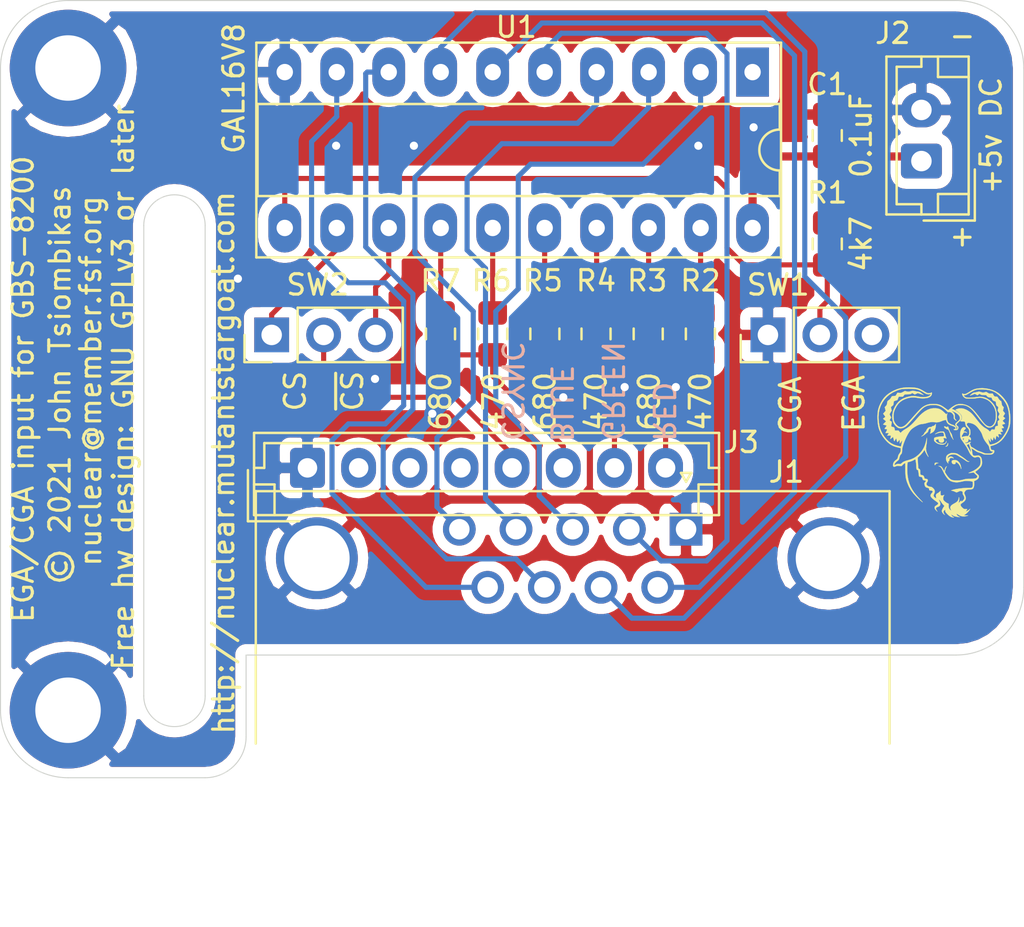
<source format=kicad_pcb>
(kicad_pcb (version 20171130) (host pcbnew 5.1.8+dfsg1-1+b1)
  (layers (0 F.Cu signal) (31 B.Cu signal) (34 B.Paste user) (35 F.Paste user) (36 B.SilkS user) (37 F.SilkS user) (38 B.Mask user) (39 F.Mask user) (44 Edge.Cuts user))
  (net 0 "")
  (net 1 VCC)
  (net 2 GND)
  (net 3 /RI)
  (net 4 /RED)
  (net 5 /GRN)
  (net 6 /BLU)
  (net 7 /GI_INT)
  (net 8 /BI)
  (net 9 /HSYNC)
  (net 10 /VSYNC)
  (net 11 "Net-(J3-Pad2)")
  (net 12 "Net-(J3-Pad3)")
  (net 13 "Net-(J3-Pad4)")
  (net 14 /CS)
  (net 15 /BA)
  (net 16 /GA)
  (net 17 /RA)
  (net 18 /EGA)
  (net 19 /B1)
  (net 20 /B0)
  (net 21 /G1)
  (net 22 /G0)
  (net 23 /R1)
  (net 24 /R0)
  (net 25 "Net-(SW1-Pad3)")
  (net 26 /~CSYNC)
  (net 27 /CSYNC)
  (net 28 "Net-(U1-Pad1)")
  (module gbs-cgaega:gnulogo (layer F.Cu) (at 155.6 114.1)
    (fp_text reference G*** hide)
    (fp_text value LOGO hide)
  )
  (module MountingHole:MountingHole_3.2mm_M3_ISO7380_Pad (layer F.Cu) (at 112.8 95.3)
    (fp_text reference H3 hide)
    (fp_text value mhole hide)
    (pad 1 thru_hole circle (at 0 0) (size 5.7 5.7) (drill 3.2) (layers *.Cu *.Mask) (net 2 GND))
  )
  (module MountingHole:MountingHole_3.2mm_M3_ISO7380_Pad (layer F.Cu) (at 112.8 126.7)
    (fp_text reference H1 hide)
    (fp_text value mhole hide)
    (pad 1 thru_hole circle (at 0 0) (size 5.7 5.7) (drill 3.2) (layers *.Cu *.Mask) (net 2 GND))
  )
  (module Package_DIP:DIP-20_W7.62mm_Socket_LongPads (layer F.Cu) (at 146.25 95.5 270)
    (fp_text reference U1 (at -2.2 11.55 180) (layer F.SilkS))
    (fp_text value GAL16V8 (at 0.8 25.35 90) (layer F.SilkS))
    (pad 20 thru_hole oval (at 7.62 0 270) (size 2.4 1.6) (drill 0.8) (layers *.Cu *.Mask) (net 1 VCC))
    (pad 10 thru_hole oval (at 0 22.86 270) (size 2.4 1.6) (drill 0.8) (layers *.Cu *.Mask) (net 2 GND))
    (pad 19 thru_hole oval (at 7.62 2.54 270) (size 2.4 1.6) (drill 0.8) (layers *.Cu *.Mask) (net 23 /R1))
    (pad 9 thru_hole oval (at 0 20.32 270) (size 2.4 1.6) (drill 0.8) (layers *.Cu *.Mask) (net 10 /VSYNC))
    (pad 18 thru_hole oval (at 7.62 5.08 270) (size 2.4 1.6) (drill 0.8) (layers *.Cu *.Mask) (net 24 /R0))
    (pad 8 thru_hole oval (at 0 17.78 270) (size 2.4 1.6) (drill 0.8) (layers *.Cu *.Mask) (net 9 /HSYNC))
    (pad 17 thru_hole oval (at 7.62 7.62 270) (size 2.4 1.6) (drill 0.8) (layers *.Cu *.Mask) (net 21 /G1))
    (pad 7 thru_hole oval (at 0 15.24 270) (size 2.4 1.6) (drill 0.8) (layers *.Cu *.Mask) (net 8 /BI))
    (pad 16 thru_hole oval (at 7.62 10.16 270) (size 2.4 1.6) (drill 0.8) (layers *.Cu *.Mask) (net 22 /G0))
    (pad 6 thru_hole oval (at 0 12.7 270) (size 2.4 1.6) (drill 0.8) (layers *.Cu *.Mask) (net 7 /GI_INT))
    (pad 15 thru_hole oval (at 7.62 12.7 270) (size 2.4 1.6) (drill 0.8) (layers *.Cu *.Mask) (net 19 /B1))
    (pad 5 thru_hole oval (at 0 10.16 270) (size 2.4 1.6) (drill 0.8) (layers *.Cu *.Mask) (net 3 /RI))
    (pad 14 thru_hole oval (at 7.62 15.24 270) (size 2.4 1.6) (drill 0.8) (layers *.Cu *.Mask) (net 20 /B0))
    (pad 4 thru_hole oval (at 0 7.62 270) (size 2.4 1.6) (drill 0.8) (layers *.Cu *.Mask) (net 6 /BLU))
    (pad 13 thru_hole oval (at 7.62 17.78 270) (size 2.4 1.6) (drill 0.8) (layers *.Cu *.Mask) (net 26 /~CSYNC))
    (pad 3 thru_hole oval (at 0 5.08 270) (size 2.4 1.6) (drill 0.8) (layers *.Cu *.Mask) (net 5 /GRN))
    (pad 12 thru_hole oval (at 7.62 20.32 270) (size 2.4 1.6) (drill 0.8) (layers *.Cu *.Mask) (net 27 /CSYNC))
    (pad 2 thru_hole oval (at 0 2.54 270) (size 2.4 1.6) (drill 0.8) (layers *.Cu *.Mask) (net 4 /RED))
    (pad 11 thru_hole oval (at 7.62 22.86 270) (size 2.4 1.6) (drill 0.8) (layers *.Cu *.Mask) (net 18 /EGA))
    (pad 1 thru_hole rect (at 0 0 270) (size 2.4 1.6) (drill 0.8) (layers *.Cu *.Mask) (net 28 "Net-(U1-Pad1)"))
  )
  (module Capacitor_SMD:C_0805_2012Metric_Pad1.15x1.40mm_HandSolder (layer F.Cu) (at 149.9 98.6 90)
    (fp_text reference C1 (at 2.5 0 180) (layer F.SilkS))
    (fp_text value 0.1uF (at 0 1.65 90) (layer F.SilkS))
    (pad 1 smd roundrect (at -1.025 0 90) (size 1.15 1.4) (layers F.Cu F.Paste F.Mask) (roundrect_rratio 0.2173904347826087) (net 1 VCC))
    (pad 2 smd roundrect (at 1.025 0 90) (size 1.15 1.4) (layers F.Cu F.Paste F.Mask) (roundrect_rratio 0.2173904347826087) (net 2 GND))
  )
  (module Connector_Dsub:DSUB-9_Female_Horizontal_P2.77x2.84mm_EdgePinOffset7.70mm_Housed_MountingHolesOffset9.12mm (layer F.Cu) (at 143 117.85)
    (fp_text reference J1 (at 4.9 -2.8) (layer F.SilkS))
    (fp_text value "CGA/EGA input")
    (pad 1 thru_hole rect (at 0 0) (size 1.6 1.6) (drill 1) (layers *.Cu *.Mask) (net 2 GND))
    (pad 2 thru_hole circle (at -2.77 0) (size 1.6 1.6) (drill 1) (layers *.Cu *.Mask) (net 3 /RI))
    (pad 3 thru_hole circle (at -5.54 0) (size 1.6 1.6) (drill 1) (layers *.Cu *.Mask) (net 4 /RED))
    (pad 4 thru_hole circle (at -8.31 0) (size 1.6 1.6) (drill 1) (layers *.Cu *.Mask) (net 5 /GRN))
    (pad 5 thru_hole circle (at -11.08 0) (size 1.6 1.6) (drill 1) (layers *.Cu *.Mask) (net 6 /BLU))
    (pad 6 thru_hole circle (at -1.385 2.84) (size 1.6 1.6) (drill 1) (layers *.Cu *.Mask) (net 7 /GI_INT))
    (pad 7 thru_hole circle (at -4.155 2.84) (size 1.6 1.6) (drill 1) (layers *.Cu *.Mask) (net 8 /BI))
    (pad 8 thru_hole circle (at -6.925 2.84) (size 1.6 1.6) (drill 1) (layers *.Cu *.Mask) (net 9 /HSYNC))
    (pad 9 thru_hole circle (at -9.695 2.84) (size 1.6 1.6) (drill 1) (layers *.Cu *.Mask) (net 10 /VSYNC))
    (pad 0 thru_hole circle (at -18.04 1.42) (size 4 4) (drill 3.2) (layers *.Cu *.Mask) (net 2 GND))
    (pad 0 thru_hole circle (at 6.96 1.42) (size 4 4) (drill 3.2) (layers *.Cu *.Mask) (net 2 GND))
  )
  (module Connector_JST:JST_EH_B2B-EH-A_1x02_P2.50mm_Vertical (layer F.Cu) (at 154.5 99.85 90)
    (fp_text reference J2 (at 6.25 -1.4 180) (layer F.SilkS))
    (fp_text value PWR)
    (pad 1 thru_hole roundrect (at 0 0 90) (size 1.7 2) (drill 1) (layers *.Cu *.Mask) (roundrect_rratio 0.1470588235294118) (net 1 VCC))
    (pad 2 thru_hole oval (at 2.5 0 90) (size 1.7 2) (drill 1) (layers *.Cu *.Mask) (net 2 GND))
  )
  (module Connector_JST:JST_EH_B8B-EH-A_1x08_P2.50mm_Vertical (layer F.Cu) (at 124.5 114.85)
    (fp_text reference J3 (at 21.2 -1.25) (layer F.SilkS))
    (fp_text value GBSVID)
    (pad 1 thru_hole roundrect (at 0 0) (size 1.7 1.95) (drill 0.95) (layers *.Cu *.Mask) (roundrect_rratio 0.1470588235294118) (net 2 GND))
    (pad 2 thru_hole oval (at 2.5 0) (size 1.7 1.95) (drill 0.95) (layers *.Cu *.Mask) (net 11 "Net-(J3-Pad2)"))
    (pad 3 thru_hole oval (at 5 0) (size 1.7 1.95) (drill 0.95) (layers *.Cu *.Mask) (net 12 "Net-(J3-Pad3)"))
    (pad 4 thru_hole oval (at 7.5 0) (size 1.7 1.95) (drill 0.95) (layers *.Cu *.Mask) (net 13 "Net-(J3-Pad4)"))
    (pad 5 thru_hole oval (at 10 0) (size 1.7 1.95) (drill 0.95) (layers *.Cu *.Mask) (net 14 /CS))
    (pad 6 thru_hole oval (at 12.5 0) (size 1.7 1.95) (drill 0.95) (layers *.Cu *.Mask) (net 15 /BA))
    (pad 7 thru_hole oval (at 15 0) (size 1.7 1.95) (drill 0.95) (layers *.Cu *.Mask) (net 16 /GA))
    (pad 8 thru_hole oval (at 17.5 0) (size 1.7 1.95) (drill 0.95) (layers *.Cu *.Mask) (net 17 /RA))
  )
  (module Resistor_SMD:R_0805_2012Metric_Pad1.15x1.40mm_HandSolder (layer F.Cu) (at 149.9 103.9 90)
    (fp_text reference R1 (at 2.5 0 180) (layer F.SilkS))
    (fp_text value 4k7 (at 0 1.65 90) (layer F.SilkS))
    (pad 1 smd roundrect (at -1.025 0 90) (size 1.15 1.4) (layers F.Cu F.Paste F.Mask) (roundrect_rratio 0.2173904347826087) (net 18 /EGA))
    (pad 2 smd roundrect (at 1.025 0 90) (size 1.15 1.4) (layers F.Cu F.Paste F.Mask) (roundrect_rratio 0.2173904347826087) (net 1 VCC))
  )
  (module Resistor_SMD:R_0805_2012Metric_Pad1.15x1.40mm_HandSolder (layer F.Cu) (at 143.7 108.3 90)
    (fp_text reference R2 (at 2.6 0 180) (layer F.SilkS))
    (fp_text value 470 (at -3.3 0 90) (layer F.SilkS))
    (pad 1 smd roundrect (at -1.025 0 90) (size 1.15 1.4) (layers F.Cu F.Paste F.Mask) (roundrect_rratio 0.2173904347826087) (net 17 /RA))
    (pad 2 smd roundrect (at 1.025 0 90) (size 1.15 1.4) (layers F.Cu F.Paste F.Mask) (roundrect_rratio 0.2173904347826087) (net 23 /R1))
  )
  (module Resistor_SMD:R_0805_2012Metric_Pad1.15x1.40mm_HandSolder (layer F.Cu) (at 141.15 108.3 90)
    (fp_text reference R3 (at 2.6 -0.05 180) (layer F.SilkS))
    (fp_text value 680 (at -3.3 0.05 90) (layer F.SilkS))
    (pad 2 smd roundrect (at 1.025 0 90) (size 1.15 1.4) (layers F.Cu F.Paste F.Mask) (roundrect_rratio 0.2173904347826087) (net 24 /R0))
    (pad 1 smd roundrect (at -1.025 0 90) (size 1.15 1.4) (layers F.Cu F.Paste F.Mask) (roundrect_rratio 0.2173904347826087) (net 17 /RA))
  )
  (module Resistor_SMD:R_0805_2012Metric_Pad1.15x1.40mm_HandSolder (layer F.Cu) (at 138.6 108.3 90)
    (fp_text reference R4 (at 2.6 0 180) (layer F.SilkS))
    (fp_text value 470 (at -3.3 0 90) (layer F.SilkS))
    (pad 1 smd roundrect (at -1.025 0 90) (size 1.15 1.4) (layers F.Cu F.Paste F.Mask) (roundrect_rratio 0.2173904347826087) (net 16 /GA))
    (pad 2 smd roundrect (at 1.025 0 90) (size 1.15 1.4) (layers F.Cu F.Paste F.Mask) (roundrect_rratio 0.2173904347826087) (net 21 /G1))
  )
  (module Resistor_SMD:R_0805_2012Metric_Pad1.15x1.40mm_HandSolder (layer F.Cu) (at 136.1 108.3 90)
    (fp_text reference R5 (at 2.6 -0.1 180) (layer F.SilkS))
    (fp_text value 680 (at -3.3 0 90) (layer F.SilkS))
    (pad 2 smd roundrect (at 1.025 0 90) (size 1.15 1.4) (layers F.Cu F.Paste F.Mask) (roundrect_rratio 0.2173904347826087) (net 22 /G0))
    (pad 1 smd roundrect (at -1.025 0 90) (size 1.15 1.4) (layers F.Cu F.Paste F.Mask) (roundrect_rratio 0.2173904347826087) (net 16 /GA))
  )
  (module Resistor_SMD:R_0805_2012Metric_Pad1.15x1.40mm_HandSolder (layer F.Cu) (at 133.55 108.3 90)
    (fp_text reference R6 (at 2.6 -0.05 180) (layer F.SilkS))
    (fp_text value 470 (at -3.3 0.05 90) (layer F.SilkS))
    (pad 1 smd roundrect (at -1.025 0 90) (size 1.15 1.4) (layers F.Cu F.Paste F.Mask) (roundrect_rratio 0.2173904347826087) (net 15 /BA))
    (pad 2 smd roundrect (at 1.025 0 90) (size 1.15 1.4) (layers F.Cu F.Paste F.Mask) (roundrect_rratio 0.2173904347826087) (net 19 /B1))
  )
  (module Resistor_SMD:R_0805_2012Metric_Pad1.15x1.40mm_HandSolder (layer F.Cu) (at 131 108.3 90)
    (fp_text reference R7 (at 2.6 0 180) (layer F.SilkS))
    (fp_text value 680 (at -3.3 0 90) (layer F.SilkS))
    (pad 2 smd roundrect (at 1.025 0 90) (size 1.15 1.4) (layers F.Cu F.Paste F.Mask) (roundrect_rratio 0.2173904347826087) (net 20 /B0))
    (pad 1 smd roundrect (at -1.025 0 90) (size 1.15 1.4) (layers F.Cu F.Paste F.Mask) (roundrect_rratio 0.2173904347826087) (net 15 /BA))
  )
  (module Connector_PinHeader_2.54mm:PinHeader_1x03_P2.54mm_Vertical (layer F.Cu) (at 147 108.35 90)
    (fp_text reference SW1 (at 2.45 0.5) (layer F.SilkS))
    (fp_text value SW_EGA)
    (pad 1 thru_hole rect (at 0 0 90) (size 1.7 1.7) (drill 1) (layers *.Cu *.Mask) (net 2 GND))
    (pad 2 thru_hole oval (at 0 2.54 90) (size 1.7 1.7) (drill 1) (layers *.Cu *.Mask) (net 18 /EGA))
    (pad 3 thru_hole oval (at 0 5.08 90) (size 1.7 1.7) (drill 1) (layers *.Cu *.Mask) (net 25 "Net-(SW1-Pad3)"))
  )
  (module Connector_PinHeader_2.54mm:PinHeader_1x03_P2.54mm_Vertical (layer F.Cu) (at 122.75 108.35 90)
    (fp_text reference SW2 (at 2.45 2.25 180) (layer F.SilkS))
    (fp_text value SW_CSYNC)
    (pad 3 thru_hole oval (at 0 5.08 90) (size 1.7 1.7) (drill 1) (layers *.Cu *.Mask) (net 26 /~CSYNC))
    (pad 2 thru_hole oval (at 0 2.54 90) (size 1.7 1.7) (drill 1) (layers *.Cu *.Mask) (net 14 /CS))
    (pad 1 thru_hole rect (at 0 0 90) (size 1.7 1.7) (drill 1) (layers *.Cu *.Mask) (net 27 /CSYNC))
  )
  (gr_arc (start 119.5 128) (end 119.5 130) (angle -90) (layer Edge.Cuts) (width 0.05))
  (gr_line (start 121.5 124) (end 121.5 128) (layer Edge.Cuts) (width 0.05))
  (gr_line (start 121.5 124) (end 156.2 124) (layer Edge.Cuts) (width 0.05))
  (gr_text CSYNC (at 134.5 111.1 270) (layer B.SilkS) (effects (font (size 1 1)) (justify mirror)))
  (gr_text RED (at 141.9 112.1 270) (layer B.SilkS) (effects (font (size 1 1)) (justify mirror)))
  (gr_text GREEN (at 139.4 111.1 270) (layer B.SilkS) (effects (font (size 1 1)) (justify mirror)))
  (gr_text BLUE (at 136.9 111.7 270) (layer B.SilkS) (effects (font (size 1 1)) (justify mirror)))
  (gr_text - (at 156.5 93.7) (layer F.SilkS) (effects (font (size 1 1))))
  (gr_text + (at 156.5 103.5) (layer F.SilkS) (effects (font (size 1 1))))
  (gr_text "+5v DC" (at 157.9 98.6 90) (layer F.SilkS) (effects (font (size 1 1))))
  (gr_text http://nuclear.mutantstargoat.com (at 120.4 114.6 90) (layer F.SilkS) (effects (font (size 1 1))))
  (gr_text nuclear@member.fsf.org (at 113.9 110.6 90) (layer F.SilkS) (effects (font (size 1 1))))
  (gr_text "Free hw design: GNU GPLv3 or later" (at 115.5 110.9 90) (layer F.SilkS) (effects (font (size 1 1))))
  (gr_text "© 2021 John Tsiombikas" (at 112.4 110.8 90) (layer F.SilkS) (effects (font (size 1 1))))
  (gr_text "EGA/CGA input for GBS-8200" (at 110.6 111 90) (layer F.SilkS) (effects (font (size 1 1))))
  (gr_text CGA (at 148.1 111.8 90) (layer F.SilkS) (effects (font (size 1 1))))
  (gr_text EGA (at 151.2 111.7 90) (layer F.SilkS) (effects (font (size 1 1))))
  (gr_text ~CS (at 126.7 111.1 90) (layer F.SilkS) (effects (font (size 1 1))))
  (gr_text CS (at 123.9 111.1 90) (layer F.SilkS) (effects (font (size 1 1))))
  (gr_arc (start 118 126) (end 116.5 126) (angle -180) (layer Edge.Cuts) (width 0.05))
  (gr_arc (start 118 103) (end 119.5 103) (angle -180) (layer Edge.Cuts) (width 0.05))
  (gr_line (start 119.5 126) (end 119.5 103) (layer Edge.Cuts) (width 0.05))
  (gr_line (start 116.5 126) (end 116.5 103) (layer Edge.Cuts) (width 0.05))
  (gr_arc (start 156.2 95.3) (end 159.5 95.3) (angle -90) (layer Edge.Cuts) (width 0.05))
  (gr_arc (start 112.8 95.3) (end 112.8 92) (angle -90) (layer Edge.Cuts) (width 0.05))
  (gr_arc (start 156.2 120.7) (end 156.2 124) (angle -90) (layer Edge.Cuts) (width 0.05))
  (gr_arc (start 112.8 126.7) (end 109.5 126.7) (angle -90) (layer Edge.Cuts) (width 0.05))
  (gr_line (start 159.5 95.3) (end 159.5 120.7) (layer Edge.Cuts) (width 0.05))
  (gr_line (start 112.8 92) (end 156.2 92) (layer Edge.Cuts) (width 0.05))
  (gr_line (start 109.5 126.7) (end 109.5 95.3) (layer Edge.Cuts) (width 0.05))
  (gr_line (start 119.5 130) (end 112.8 130) (layer Edge.Cuts) (width 0.05))
  (via (at 130.6 112.2) (size 0.8) (drill 0.4) (layers F.Cu B.Cu) (net 2))
  (segment (start 149.9 102.875) (end 149.9 99.625) (width 0.25) (layer F.Cu) (net 1))
  (segment (start 147.275 99.625) (end 149.9 99.625) (width 0.4) (layer F.Cu) (net 1))
  (segment (start 146.25 100.65) (end 147.275 99.625) (width 0.4) (layer F.Cu) (net 1))
  (segment (start 154.275 99.625) (end 154.5 99.85) (width 0.4) (layer F.Cu) (net 1))
  (segment (start 149.9 99.625) (end 154.275 99.625) (width 0.4) (layer F.Cu) (net 1))
  (segment (start 146.25 100.65) (end 146.25 103.12) (width 0.4) (layer F.Cu) (net 1))
  (via (at 142.5 110.9) (size 0.8) (drill 0.4) (layers F.Cu B.Cu) (net 2))
  (via (at 143.6 99.1) (size 0.8) (drill 0.4) (layers F.Cu B.Cu) (net 2))
  (via (at 129.7 99.1) (size 0.8) (drill 0.4) (layers F.Cu B.Cu) (net 2))
  (via (at 125.9 99.1) (size 0.8) (drill 0.4) (layers F.Cu B.Cu) (net 2))
  (via (at 146.3 98.2) (size 0.8) (drill 0.4) (layers F.Cu B.Cu) (net 2))
  (via (at 137 111.4) (size 0.8) (drill 0.4) (layers F.Cu B.Cu) (net 2))
  (via (at 121.1 105.6) (size 0.8) (drill 0.4) (layers F.Cu B.Cu) (net 2))
  (via (at 140 110.9) (size 0.8) (drill 0.4) (layers F.Cu B.Cu) (net 2))
  (via (at 127.8 110.5) (size 0.8) (drill 0.4) (layers F.Cu B.Cu) (net 2))
  (segment (start 127.83 116.4) (end 124.96 119.27) (width 0.4) (layer F.Cu) (net 2))
  (segment (start 143 117.1) (end 142.3 116.4) (width 0.4) (layer F.Cu) (net 2))
  (segment (start 143 117.85) (end 143 117.1) (width 0.4) (layer F.Cu) (net 2))
  (segment (start 142.3 116.4) (end 135.8 116.4) (width 0.4) (layer F.Cu) (net 2))
  (segment (start 135.8 116.4) (end 127.83 116.4) (width 0.4) (layer F.Cu) (net 2))
  (segment (start 135.8 116.4) (end 135.8 113.8) (width 0.3) (layer F.Cu) (net 2))
  (segment (start 138.3 116.4) (end 138.3 113.8) (width 0.3) (layer F.Cu) (net 2))
  (segment (start 140.8 116.4) (end 140.8 113.8) (width 0.3) (layer F.Cu) (net 2))
  (segment (start 144 119.4) (end 141.78 119.4) (width 0.25) (layer B.Cu) (net 3))
  (segment (start 141.78 119.4) (end 140.23 117.85) (width 0.25) (layer B.Cu) (net 3))
  (segment (start 145 94.6) (end 145 118.4) (width 0.25) (layer B.Cu) (net 3))
  (segment (start 144 93.6) (end 145 94.6) (width 0.25) (layer B.Cu) (net 3))
  (segment (start 145 118.4) (end 144 119.4) (width 0.25) (layer B.Cu) (net 3))
  (segment (start 136.9 93.6) (end 144 93.6) (width 0.25) (layer B.Cu) (net 3))
  (segment (start 136.09 94.41) (end 136.9 93.6) (width 0.25) (layer B.Cu) (net 3))
  (segment (start 136.09 95.5) (end 136.09 94.41) (width 0.25) (layer B.Cu) (net 3))
  (segment (start 143.71 97.19) (end 143.71 95.5) (width 0.25) (layer B.Cu) (net 4))
  (segment (start 135.4 100) (end 140.9 100) (width 0.25) (layer B.Cu) (net 4))
  (segment (start 134.8 100.6) (end 135.4 100) (width 0.25) (layer B.Cu) (net 4))
  (segment (start 133.7 107.2) (end 134.8 106.1) (width 0.25) (layer B.Cu) (net 4))
  (segment (start 133.7 111.6) (end 133.7 107.2) (width 0.25) (layer B.Cu) (net 4))
  (segment (start 140.9 100) (end 143.71 97.19) (width 0.25) (layer B.Cu) (net 4))
  (segment (start 135.82499 113.72499) (end 133.7 111.6) (width 0.25) (layer B.Cu) (net 4))
  (segment (start 135.82499 116.21499) (end 135.82499 113.72499) (width 0.25) (layer B.Cu) (net 4))
  (segment (start 134.8 106.1) (end 134.8 100.6) (width 0.25) (layer B.Cu) (net 4))
  (segment (start 137.46 117.85) (end 135.82499 116.21499) (width 0.25) (layer B.Cu) (net 4))
  (segment (start 141.17 97.23) (end 141.17 95.5) (width 0.25) (layer B.Cu) (net 5))
  (segment (start 139.4 99) (end 141.17 97.23) (width 0.25) (layer B.Cu) (net 5))
  (segment (start 132.3 100.7) (end 134 99) (width 0.25) (layer B.Cu) (net 5))
  (segment (start 132.3 104.2) (end 132.3 100.7) (width 0.25) (layer B.Cu) (net 5))
  (segment (start 133.2 105.1) (end 132.3 104.2) (width 0.25) (layer B.Cu) (net 5))
  (segment (start 133.2 116.36) (end 133.2 105.1) (width 0.25) (layer B.Cu) (net 5))
  (segment (start 134 99) (end 139.4 99) (width 0.25) (layer B.Cu) (net 5))
  (segment (start 134.69 117.85) (end 133.2 116.36) (width 0.25) (layer B.Cu) (net 5))
  (segment (start 138.63 97.07) (end 138.63 95.5) (width 0.25) (layer B.Cu) (net 6))
  (segment (start 137.7 98) (end 138.63 97.07) (width 0.25) (layer B.Cu) (net 6))
  (segment (start 132.4 98) (end 137.7 98) (width 0.25) (layer B.Cu) (net 6))
  (segment (start 129.75 100.65) (end 132.4 98) (width 0.25) (layer B.Cu) (net 6))
  (segment (start 129.75 104.35) (end 129.75 100.65) (width 0.25) (layer B.Cu) (net 6))
  (segment (start 132.6 111.6) (end 132.6 107.2) (width 0.25) (layer B.Cu) (net 6))
  (segment (start 130.82499 113.37501) (end 132.6 111.6) (width 0.25) (layer B.Cu) (net 6))
  (segment (start 132.6 107.2) (end 129.75 104.35) (width 0.25) (layer B.Cu) (net 6))
  (segment (start 130.82499 116.75499) (end 130.82499 113.37501) (width 0.25) (layer B.Cu) (net 6))
  (segment (start 131.92 117.85) (end 130.82499 116.75499) (width 0.25) (layer B.Cu) (net 6))
  (segment (start 135.95 93.1) (end 133.55 95.5) (width 0.25) (layer B.Cu) (net 7))
  (segment (start 148.3 94.7) (end 146.7 93.1) (width 0.25) (layer B.Cu) (net 7))
  (segment (start 146.7 93.1) (end 135.95 93.1) (width 0.25) (layer B.Cu) (net 7))
  (segment (start 143.646411 120.69) (end 148.3 116.036411) (width 0.25) (layer B.Cu) (net 7))
  (segment (start 148.3 116.036411) (end 148.3 94.7) (width 0.25) (layer B.Cu) (net 7))
  (segment (start 141.615 120.69) (end 143.646411 120.69) (width 0.25) (layer B.Cu) (net 7))
  (segment (start 132.7 92.6) (end 131.01 94.29) (width 0.25) (layer B.Cu) (net 8))
  (segment (start 148.8 94.5) (end 146.9 92.6) (width 0.25) (layer B.Cu) (net 8))
  (segment (start 131.01 94.29) (end 131.01 95.5) (width 0.25) (layer B.Cu) (net 8))
  (segment (start 148.8 105.5) (end 148.8 94.5) (width 0.25) (layer B.Cu) (net 8))
  (segment (start 150.8 114.3) (end 150.8 107.5) (width 0.25) (layer B.Cu) (net 8))
  (segment (start 150.8 107.5) (end 148.8 105.5) (width 0.25) (layer B.Cu) (net 8))
  (segment (start 142.9 122.2) (end 150.8 114.3) (width 0.25) (layer B.Cu) (net 8))
  (segment (start 140.355 122.2) (end 142.9 122.2) (width 0.25) (layer B.Cu) (net 8))
  (segment (start 146.9 92.6) (end 132.7 92.6) (width 0.25) (layer B.Cu) (net 8))
  (segment (start 138.845 120.69) (end 140.355 122.2) (width 0.25) (layer B.Cu) (net 8))
  (segment (start 129.650011 106.350011) (end 127.34499 104.04499) (width 0.25) (layer B.Cu) (net 9))
  (segment (start 136.075 120.69) (end 134.685 119.3) (width 0.25) (layer B.Cu) (net 9))
  (segment (start 127.34499 95.57501) (end 127.42 95.5) (width 0.25) (layer B.Cu) (net 9))
  (segment (start 131.3 119.3) (end 128.2 116.2) (width 0.25) (layer B.Cu) (net 9))
  (segment (start 128.2 116.2) (end 128.2 113.436411) (width 0.25) (layer B.Cu) (net 9))
  (segment (start 128.2 113.436411) (end 129.650011 111.9864) (width 0.25) (layer B.Cu) (net 9))
  (segment (start 134.685 119.3) (end 131.3 119.3) (width 0.25) (layer B.Cu) (net 9))
  (segment (start 129.650011 111.9864) (end 129.650011 106.350011) (width 0.25) (layer B.Cu) (net 9))
  (segment (start 127.34499 104.04499) (end 127.34499 95.57501) (width 0.25) (layer B.Cu) (net 9))
  (segment (start 127.42 95.5) (end 128.47 95.5) (width 0.25) (layer B.Cu) (net 9))
  (segment (start 124.7 98.9) (end 125.93 97.67) (width 0.25) (layer B.Cu) (net 10))
  (segment (start 125.93 97.67) (end 125.93 95.5) (width 0.25) (layer B.Cu) (net 10))
  (segment (start 124.7 104) (end 124.7 98.9) (width 0.25) (layer B.Cu) (net 10))
  (segment (start 126.5 105.8) (end 124.7 104) (width 0.25) (layer B.Cu) (net 10))
  (segment (start 125.7 113.5) (end 126.5 112.7) (width 0.25) (layer B.Cu) (net 10))
  (segment (start 125.7 116.1) (end 125.7 113.5) (width 0.25) (layer B.Cu) (net 10))
  (segment (start 130.29 120.69) (end 125.7 116.1) (width 0.25) (layer B.Cu) (net 10))
  (segment (start 133.305 120.69) (end 130.29 120.69) (width 0.25) (layer B.Cu) (net 10))
  (segment (start 126.5 105.8) (end 128.3 105.8) (width 0.25) (layer B.Cu) (net 10))
  (segment (start 128.3 105.8) (end 129.2 106.7) (width 0.25) (layer B.Cu) (net 10))
  (segment (start 129.2 106.7) (end 129.2 111.8) (width 0.25) (layer B.Cu) (net 10))
  (segment (start 128.3 112.7) (end 126.5 112.7) (width 0.25) (layer B.Cu) (net 10))
  (segment (start 129.2 111.8) (end 128.3 112.7) (width 0.25) (layer B.Cu) (net 10))
  (segment (start 131.7 111.4) (end 134.5 114.2) (width 0.25) (layer F.Cu) (net 14))
  (segment (start 134.5 114.2) (end 134.5 114.85) (width 0.25) (layer F.Cu) (net 14))
  (segment (start 126.55 111.4) (end 131.7 111.4) (width 0.25) (layer F.Cu) (net 14))
  (segment (start 125.29 110.14) (end 126.55 111.4) (width 0.25) (layer F.Cu) (net 14))
  (segment (start 125.29 108.35) (end 125.29 110.14) (width 0.25) (layer F.Cu) (net 14))
  (segment (start 133.55 109.325) (end 131 109.325) (width 0.25) (layer F.Cu) (net 15))
  (segment (start 137 113.8) (end 137 114.85) (width 0.25) (layer F.Cu) (net 15))
  (segment (start 133.55 110.35) (end 137 113.8) (width 0.25) (layer F.Cu) (net 15))
  (segment (start 133.55 109.325) (end 133.55 110.35) (width 0.25) (layer F.Cu) (net 15))
  (segment (start 138.6 109.325) (end 136.1 109.325) (width 0.25) (layer F.Cu) (net 16))
  (segment (start 139.5 112.4) (end 139.5 114.85) (width 0.25) (layer F.Cu) (net 16))
  (segment (start 138.6 111.5) (end 139.5 112.4) (width 0.25) (layer F.Cu) (net 16))
  (segment (start 138.6 109.325) (end 138.6 111.5) (width 0.25) (layer F.Cu) (net 16))
  (segment (start 143.7 109.325) (end 141.15 109.325) (width 0.25) (layer F.Cu) (net 17))
  (segment (start 141.15 111.35) (end 142 112.2) (width 0.25) (layer F.Cu) (net 17))
  (segment (start 142 112.2) (end 142 114.85) (width 0.25) (layer F.Cu) (net 17))
  (segment (start 141.15 109.325) (end 141.15 111.35) (width 0.25) (layer F.Cu) (net 17))
  (segment (start 149.54 108.35) (end 149.54 107.06) (width 0.25) (layer F.Cu) (net 18))
  (segment (start 149.9 106.7) (end 149.9 104.925) (width 0.25) (layer F.Cu) (net 18))
  (segment (start 149.54 107.06) (end 149.9 106.7) (width 0.25) (layer F.Cu) (net 18))
  (segment (start 123.39 101.11) (end 123.39 102.47) (width 0.25) (layer F.Cu) (net 18))
  (segment (start 123.8 100.7) (end 123.39 101.11) (width 0.25) (layer F.Cu) (net 18))
  (segment (start 144.5 100.7) (end 123.8 100.7) (width 0.25) (layer F.Cu) (net 18))
  (segment (start 145 101.2) (end 144.5 100.7) (width 0.25) (layer F.Cu) (net 18))
  (segment (start 145 104.1) (end 145 101.2) (width 0.25) (layer F.Cu) (net 18))
  (segment (start 145.825 104.925) (end 145 104.1) (width 0.25) (layer F.Cu) (net 18))
  (segment (start 149.9 104.925) (end 145.825 104.925) (width 0.25) (layer F.Cu) (net 18))
  (segment (start 133.55 102.47) (end 133.55 107.275) (width 0.25) (layer F.Cu) (net 19))
  (segment (start 131.01 107.265) (end 131 107.275) (width 0.25) (layer F.Cu) (net 20))
  (segment (start 131.01 102.47) (end 131.01 107.265) (width 0.25) (layer F.Cu) (net 20))
  (segment (start 138.63 107.245) (end 138.6 107.275) (width 0.25) (layer F.Cu) (net 21))
  (segment (start 138.63 102.47) (end 138.63 107.245) (width 0.25) (layer F.Cu) (net 21))
  (segment (start 136.09 107.265) (end 136.1 107.275) (width 0.25) (layer F.Cu) (net 22))
  (segment (start 136.09 102.47) (end 136.09 107.265) (width 0.25) (layer F.Cu) (net 22))
  (segment (start 143.71 107.265) (end 143.7 107.275) (width 0.25) (layer F.Cu) (net 23))
  (segment (start 143.71 102.47) (end 143.71 107.265) (width 0.25) (layer F.Cu) (net 23))
  (segment (start 141.17 107.255) (end 141.15 107.275) (width 0.25) (layer F.Cu) (net 24))
  (segment (start 141.17 102.47) (end 141.17 107.255) (width 0.25) (layer F.Cu) (net 24))
  (segment (start 127.83 108.35) (end 127.83 106.02) (width 0.25) (layer F.Cu) (net 26))
  (segment (start 128.47 105.38) (end 128.47 102.47) (width 0.25) (layer F.Cu) (net 26))
  (segment (start 127.83 106.02) (end 128.47 105.38) (width 0.25) (layer F.Cu) (net 26))
  (segment (start 125.93 102.47) (end 125.93 103.17) (width 0.25) (layer F.Cu) (net 27))
  (segment (start 122.75 108.35) (end 122.75 107.35) (width 0.25) (layer F.Cu) (net 27))
  (segment (start 125.93 104.17) (end 125.93 102.47) (width 0.25) (layer F.Cu) (net 27))
  (segment (start 122.75 107.35) (end 125.93 104.17) (width 0.25) (layer F.Cu) (net 27))
  (zone (net 2) (net_name GND) (layer F.Cu) (connect_pads (clearance 0.508)) (min_thickness 0.254) (fill yes (arc_segments 32) (thermal_gap 0.508) (thermal_bridge_width 0.508))
    (polygon (pts (xy 159.5 130) (xy 109.5 130) (xy 109.5 92) (xy 159.5 92)))
  )
  (zone (net 2) (net_name GND) (layer B.Cu) (connect_pads (clearance 0.508)) (min_thickness 0.254) (fill yes (arc_segments 32) (thermal_gap 0.508) (thermal_bridge_width 0.508))
    (polygon (pts (xy 159.5 130) (xy 109.5 130) (xy 109.5 92) (xy 159.5 92)))
  )
)
</source>
